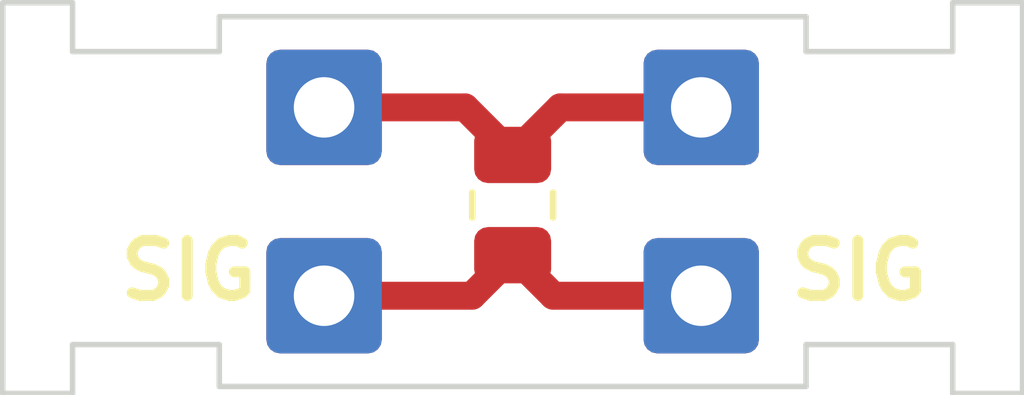
<source format=kicad_pcb>
(kicad_pcb (version 20221018) (generator pcbnew)
  (layers (0 "F.Cu" signal) (31 "B.Cu" signal) (34 "B.Paste" user) (35 "F.Paste" user) (36 "B.SilkS" user "B.Silkscreen") (37 "F.SilkS" user "F.Silkscreen") (38 "B.Mask" user) (39 "F.Mask" user) (44 "Edge.Cuts" user))
  (net 0 "")
  (net 1 "Net-(J1-Pin_1)")
  (net 2 "Net-(J2-Pin_1)")
  (footprint "Connector_Wire:SolderWire-0.5sqmm_1x01_D0.9mm_OD2.1mm" (layer "F.Cu") (at 148.971 90.043)
    (fp_text reference "J2" hide)
    (fp_text value "Conn_01x01" hide)
    (pad "1" thru_hole roundrect (at 0 0) (size 2.1 2.1) (drill 1.1) (layers "*.Cu" "*.Mask") (roundrect_rratio 0.119048) (net 2 "Net-(J2-Pin_1)"))
  )
  (footprint "Connector_Wire:SolderWire-0.5sqmm_1x01_D0.9mm_OD2.1mm" (layer "F.Cu") (at 155.829 90.043)
    (fp_text reference "J3" hide)
    (fp_text value "Conn_01x01" hide)
    (pad "1" thru_hole roundrect (at 0 0) (size 2.1 2.1) (drill 1.1) (layers "*.Cu" "*.Mask") (roundrect_rratio 0.119048) (net 2 "Net-(J2-Pin_1)"))
  )
  (footprint "Resistor_SMD:R_0805_2012Metric" (layer "F.Cu") (at 152.4 91.821 90)
    (fp_text reference "R1" hide)
    (fp_text value "R_US" hide)
    (fp_line (start -0.227064 -0.735) (end 0.227064 -0.735) (stroke (width 0.12)) (layer "F.SilkS"))
    (fp_line (start -0.227064 0.735) (end 0.227064 0.735) (stroke (width 0.12)) (layer "F.SilkS"))
    (pad "1" smd roundrect (at -0.9125 0 90) (size 1.025 1.4) (layers "F.Cu" "F.Paste" "F.Mask") (roundrect_rratio 0.243902) (net 1 "Net-(J1-Pin_1)"))
    (pad "2" smd roundrect (at 0.9125 0 90) (size 1.025 1.4) (layers "F.Cu" "F.Paste" "F.Mask") (roundrect_rratio 0.243902) (net 2 "Net-(J2-Pin_1)"))
  )
  (footprint "Connector_Wire:SolderWire-0.5sqmm_1x01_D0.9mm_OD2.1mm" (layer "F.Cu") (at 148.971 93.472)
    (fp_text reference "J1" hide)
    (fp_text value "Conn_01x01" hide)
    (pad "1" thru_hole roundrect (at 0 0) (size 2.1 2.1) (drill 1.1) (layers "*.Cu" "*.Mask") (roundrect_rratio 0.119048) (net 1 "Net-(J1-Pin_1)"))
  )
  (footprint "Connector_Wire:SolderWire-0.5sqmm_1x01_D0.9mm_OD2.1mm" (layer "F.Cu") (at 155.829 93.472)
    (fp_text reference "J4" hide)
    (fp_text value "Conn_01x01" hide)
    (pad "1" thru_hole roundrect (at 0 0) (size 2.1 2.1) (drill 1.1) (layers "*.Cu" "*.Mask") (roundrect_rratio 0.119048) (net 1 "Net-(J1-Pin_1)"))
  )
  (gr_line (start 147.066 88.392) (end 157.734 88.392) (stroke (width 0.1)) (layer "Edge.Cuts"))
  (gr_line (start 147.066 89.027) (end 144.399 89.027) (stroke (width 0.1)) (layer "Edge.Cuts"))
  (gr_line (start 143.129 88.138) (end 143.129 95.25) (stroke (width 0.1)) (layer "Edge.Cuts"))
  (gr_line (start 160.401 88.138) (end 161.671 88.138) (stroke (width 0.1)) (layer "Edge.Cuts"))
  (gr_line (start 157.734 94.361) (end 160.401 94.361) (stroke (width 0.1)) (layer "Edge.Cuts"))
  (gr_line (start 157.734 89.027) (end 160.401 89.027) (stroke (width 0.1)) (layer "Edge.Cuts"))
  (gr_line (start 157.734 88.392) (end 157.734 89.027) (stroke (width 0.1)) (layer "Edge.Cuts"))
  (gr_line (start 160.401 89.027) (end 160.401 88.138) (stroke (width 0.1)) (layer "Edge.Cuts"))
  (gr_line (start 157.734 95.123) (end 157.734 94.361) (stroke (width 0.1)) (layer "Edge.Cuts"))
  (gr_line (start 144.399 89.027) (end 144.399 88.138) (stroke (width 0.1)) (layer "Edge.Cuts"))
  (gr_line (start 143.129 95.25) (end 144.399 95.25) (stroke (width 0.1)) (layer "Edge.Cuts"))
  (gr_line (start 161.671 95.25) (end 161.671 88.138) (stroke (width 0.1)) (layer "Edge.Cuts"))
  (gr_line (start 147.066 88.392) (end 147.066 89.027) (stroke (width 0.1)) (layer "Edge.Cuts"))
  (gr_line (start 144.399 94.361) (end 147.066 94.361) (stroke (width 0.1)) (layer "Edge.Cuts"))
  (gr_line (start 160.401 94.361) (end 160.401 95.25) (stroke (width 0.1)) (layer "Edge.Cuts"))
  (gr_line (start 144.399 88.138) (end 143.129 88.138) (stroke (width 0.1)) (layer "Edge.Cuts"))
  (gr_line (start 144.399 95.25) (end 144.399 94.361) (stroke (width 0.1)) (layer "Edge.Cuts"))
  (gr_line (start 160.401 95.25) (end 161.671 95.25) (stroke (width 0.1)) (layer "Edge.Cuts"))
  (gr_line (start 147.066 94.361) (end 147.066 95.123) (stroke (width 0.1)) (layer "Edge.Cuts"))
  (gr_line (start 147.066 95.123) (end 157.734 95.123) (stroke (width 0.1)) (layer "Edge.Cuts"))
  (gr_text "SIG" (at 157.353 93.599) (layer "F.SilkS") (effects (font (size 1 1) (thickness 0.2) bold) (justify left bottom)))
  (gr_text "SIG" (at 145.161 93.599) (layer "F.SilkS") (effects (font (size 1 1) (thickness 0.2) bold) (justify left bottom)))
  (segment (start 148.971 93.472) (end 151.6615 93.472) (width 0.508) (layer "F.Cu") (net 1))
  (segment (start 155.829 93.472) (end 153.1385 93.472) (width 0.508) (layer "F.Cu") (net 1))
  (segment (start 151.6615 93.472) (end 152.4 92.7335) (width 0.508) (layer "F.Cu") (net 1))
  (segment (start 153.1385 93.472) (end 152.4 92.7335) (width 0.508) (layer "F.Cu") (net 1))
  (segment (start 151.5345 90.043) (end 152.4 90.9085) (width 0.508) (layer "F.Cu") (net 2))
  (segment (start 155.829 90.043) (end 153.2655 90.043) (width 0.508) (layer "F.Cu") (net 2))
  (segment (start 148.971 90.043) (end 151.5345 90.043) (width 0.508) (layer "F.Cu") (net 2))
  (segment (start 153.2655 90.043) (end 152.4 90.9085) (width 0.508) (layer "F.Cu") (net 2))
)
</source>
